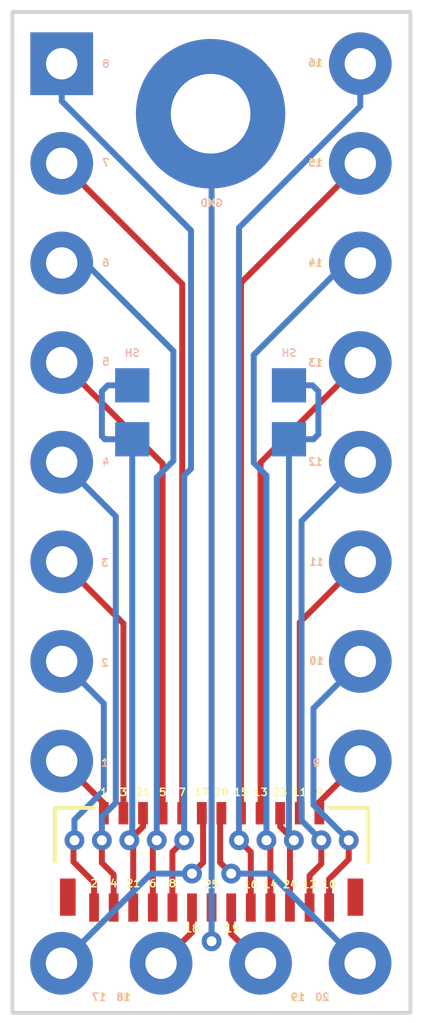
<source format=kicad_pcb>
(kicad_pcb (version 20211014) (generator pcbnew)
  (title_block (comment 1 "Board keepout approximately 18mil") (comment 2 "Board width approximately .4in") (comment 3 "Board length approximately 1.0047in"))
  (layers (0 "F.Cu" signal) (31 "B.Cu" signal) (34 "B.Paste" user) (35 "F.Paste" user) (36 "B.SilkS" user "B.Silkscreen") (37 "F.SilkS" user "F.Silkscreen") (38 "B.Mask" user) (39 "F.Mask" user) (44 "Edge.Cuts" user))
  (net 0 "")
  (net 1 "Net-(U1-Pad1)")
  (net 2 "Net-(U1-Pad2)")
  (net 3 "3")
  (net 4 "Net-(U1-Pad4)")
  (net 5 "5")
  (net 6 "Net-(U1-Pad6)")
  (net 7 "7")
  (net 8 "Net-(U1-Pad8)")
  (net 9 "Net-(U1-Pad9)")
  (net 10 "11")
  (net 11 "Net-(U1-Pad12)")
  (net 12 "13")
  (net 13 "Net-(U1-Pad14)")
  (net 14 "15")
  (net 15 "Net-(U1-Pad16)")
  (net 16 "Net-(U1-Pad17)")
  (net 17 "18")
  (net 18 "Net-(U1-Pad20)")
  (net 19 "21")
  (net 20 "23")
  (net 21 "GND")
  (net 22 "Net-(U1-Pad10)")
  (net 23 "19")
  (footprint "calorimeter_fp:custom DIP 20" (layer "F.Cu") (at 147.8 108.2)
    (fp_text reference "U1" hide)
    (fp_text value "DIP20_custom")
    (pad "1" thru_hole oval (at -3.9 8.88) (size 1.6 1.6) (drill 0.8) (layers *.Cu *.Mask) (net 1 "Net-(U1-Pad1)"))
    (pad "2" thru_hole oval (at -3.9 6.34) (size 1.6 1.6) (drill 0.8) (layers *.Cu *.Mask) (net 2 "Net-(U1-Pad2)"))
    (pad "3" thru_hole oval (at -3.9 3.8) (size 1.6 1.6) (drill 0.8) (layers *.Cu *.Mask) (net 3 "3"))
    (pad "4" thru_hole oval (at -3.9 1.26) (size 1.6 1.6) (drill 0.8) (layers *.Cu *.Mask) (net 4 "Net-(U1-Pad4)"))
    (pad "5" thru_hole oval (at -3.9 -1.28) (size 1.6 1.6) (drill 0.8) (layers *.Cu *.Mask) (net 5 "5"))
    (pad "6" thru_hole oval (at -3.9 -3.82) (size 1.6 1.6) (drill 0.8) (layers *.Cu *.Mask) (net 6 "Net-(U1-Pad6)"))
    (pad "7" thru_hole oval (at -3.9 -6.36) (size 1.6 1.6) (drill 0.8) (layers *.Cu *.Mask) (net 7 "7"))
    (pad "8" thru_hole rect (at -3.9 -8.9) (size 1.6 1.6) (drill 0.8) (layers *.Cu *.Mask) (net 8 "Net-(U1-Pad8)"))
    (pad "9" thru_hole oval (at 3.72 8.88) (size 1.6 1.6) (drill 0.8) (layers *.Cu *.Mask) (net 9 "Net-(U1-Pad9)"))
    (pad "10" thru_hole oval (at 3.72 6.34) (size 1.6 1.6) (drill 0.8) (layers *.Cu *.Mask) (net 22 "Net-(U1-Pad10)"))
    (pad "11" thru_hole oval (at 3.72 3.8) (size 1.6 1.6) (drill 0.8) (layers *.Cu *.Mask) (net 10 "11"))
    (pad "12" thru_hole oval (at 3.72 1.26) (size 1.6 1.6) (drill 0.8) (layers *.Cu *.Mask) (net 11 "Net-(U1-Pad12)"))
    (pad "13" thru_hole oval (at 3.72 -1.28) (size 1.6 1.6) (drill 0.8) (layers *.Cu *.Mask) (net 12 "13"))
    (pad "14" thru_hole oval (at 3.72 -3.82) (size 1.6 1.6) (drill 0.8) (layers *.Cu *.Mask) (net 13 "Net-(U1-Pad14)"))
    (pad "15" thru_hole oval (at 3.72 -6.36) (size 1.6 1.6) (drill 0.8) (layers *.Cu *.Mask) (net 14 "15"))
    (pad "16" thru_hole oval (at 3.72 -8.9) (size 1.6 1.6) (drill 0.8) (layers *.Cu *.Mask) (net 15 "Net-(U1-Pad16)"))
    (pad "17" thru_hole oval (at -3.905 14.0364) (size 1.6 1.6) (drill 0.8) (layers *.Cu *.Mask) (net 16 "Net-(U1-Pad17)"))
    (pad "18" thru_hole oval (at -1.365 14.0364) (size 1.6 1.6) (drill 0.8) (layers *.Cu *.Mask) (net 17 "18"))
    (pad "19" thru_hole oval (at 1.175 14.0364) (size 1.6 1.6) (drill 0.8) (layers *.Cu *.Mask) (net 23 "19"))
    (pad "20" thru_hole oval (at 3.715 14.0364) (size 1.6 1.6) (drill 0.8) (layers *.Cu *.Mask) (net 18 "Net-(U1-Pad20)"))
    (pad "21" smd rect (at -2.1 0.675) (size 0.87376 0.87376) (layers "B.Cu" "B.Paste" "B.Mask") (net 19 "21"))
    (pad "22" smd rect (at -2.1 -0.7) (size 0.87376 0.87376) (layers "B.Cu" "B.Paste" "B.Mask") (net 19 "21"))
    (pad "23" smd rect (at 1.9 0.675) (size 0.87376 0.87376) (layers "B.Cu" "B.Paste" "B.Mask") (net 20 "23"))
    (pad "24" smd rect (at 1.9 -0.7) (size 0.87376 0.87376) (layers "B.Cu" "B.Paste" "B.Mask") (net 20 "23"))
  )
  (footprint "calorimeter_fp:rb_rotator" (layer "F.Cu") (at 147.725 119.65)
    (fp_text reference "U2")
    (fp_text value "rb_rotator" hide)
    (fp_line (start 4 -1.375) (end 3 -1.375) (layer "F.SilkS") (width 0.1))
    (fp_line (start -3 -1.375) (end -4 -1.375) (layer "F.SilkS") (width 0.1))
    (fp_line (start -4 -1.375) (end -4 0) (layer "F.SilkS") (width 0.1))
    (fp_line (start 4 0) (end 4 -1.375) (layer "F.SilkS") (width 0.1))
    (pad "1" smd rect (at -2.75 -1.24) (size 0.25 0.57) (layers "F.Cu" "F.Paste" "F.Mask") (net 1 "Net-(U1-Pad1)"))
    (pad "2" smd rect (at -3 1.165) (size 0.25 0.72) (layers "F.Cu" "F.Paste" "F.Mask") (net 2 "Net-(U1-Pad2)"))
    (pad "3" smd rect (at -2.25 -1.24) (size 0.25 0.57) (layers "F.Cu" "F.Paste" "F.Mask") (net 3 "3"))
    (pad "4" smd rect (at -2.5 1.165) (size 0.25 0.72) (layers "F.Cu" "F.Paste" "F.Mask") (net 4 "Net-(U1-Pad4)"))
    (pad "5" smd rect (at -1.25 -1.24) (size 0.25 0.57) (layers "F.Cu" "F.Paste" "F.Mask") (net 5 "5"))
    (pad "6" smd rect (at -1.5 1.165) (size 0.25 0.72) (layers "F.Cu" "F.Paste" "F.Mask") (net 6 "Net-(U1-Pad6)"))
    (pad "7" smd rect (at -0.75 -1.24) (size 0.25 0.57) (layers "F.Cu" "F.Paste" "F.Mask") (net 7 "7"))
    (pad "8" smd rect (at -1 1.165) (size 0.25 0.72) (layers "F.Cu" "F.Paste" "F.Mask") (net 8 "Net-(U1-Pad8)"))
    (pad "9" smd rect (at 2.75 -1.24) (size 0.25 0.57) (layers "F.Cu" "F.Paste" "F.Mask") (net 9 "Net-(U1-Pad9)"))
    (pad "10" smd rect (at 3 1.165) (size 0.25 0.72) (layers "F.Cu" "F.Paste" "F.Mask") (net 22 "Net-(U1-Pad10)"))
    (pad "11" smd rect (at 2.25 -1.24) (size 0.25 0.57) (layers "F.Cu" "F.Paste" "F.Mask") (net 10 "11"))
    (pad "12" smd rect (at 2.5 1.165) (size 0.25 0.72) (layers "F.Cu" "F.Paste" "F.Mask") (net 11 "Net-(U1-Pad12)"))
    (pad "13" smd rect (at 1.25 -1.24) (size 0.25 0.57) (layers "F.Cu" "F.Paste" "F.Mask") (net 12 "13"))
    (pad "14" smd rect (at 1.5 1.165) (size 0.25 0.72) (layers "F.Cu" "F.Paste" "F.Mask") (net 13 "Net-(U1-Pad14)"))
    (pad "15" smd rect (at 0.75 -1.24) (size 0.25 0.57) (layers "F.Cu" "F.Paste" "F.Mask") (net 14 "15"))
    (pad "16" smd rect (at 1 1.165) (size 0.25 0.72) (layers "F.Cu" "F.Paste" "F.Mask") (net 15 "Net-(U1-Pad16)"))
    (pad "17" smd rect (at -0.25 -1.24) (size 0.25 0.57) (layers "F.Cu" "F.Paste" "F.Mask") (net 16 "Net-(U1-Pad17)"))
    (pad "18" smd rect (at -0.5 1.165) (size 0.25 0.72) (layers "F.Cu" "F.Paste" "F.Mask") (net 17 "18"))
    (pad "19" smd rect (at 0.5 1.165) (size 0.25 0.72) (layers "F.Cu" "F.Paste" "F.Mask") (net 23 "19"))
    (pad "20" smd rect (at 0.25 -1.24) (size 0.25 0.57) (layers "F.Cu" "F.Paste" "F.Mask") (net 18 "Net-(U1-Pad20)"))
    (pad "21" smd rect (at -1.75 -1.24) (size 0.25 0.57) (layers "F.Cu" "F.Paste" "F.Mask") (net 19 "21"))
    (pad "22" smd rect (at -2 1.165) (size 0.25 0.72) (layers "F.Cu" "F.Paste" "F.Mask") (net 19 "21"))
    (pad "23" smd rect (at 1.75 -1.24) (size 0.25 0.57) (layers "F.Cu" "F.Paste" "F.Mask") (net 20 "23"))
    (pad "24" smd rect (at 2 1.165) (size 0.25 0.72) (layers "F.Cu" "F.Paste" "F.Mask") (net 20 "23"))
    (pad "25" smd rect (at 0 1.165) (size 0.25 0.72) (layers "F.Cu" "F.Paste" "F.Mask") (net 21 "GND"))
    (pad "MP1" smd rect (at 3.67 0.9) (size 0.4 0.95) (layers "F.Cu" "F.Paste" "F.Mask"))
    (pad "MP2" smd rect (at -3.67 0.9) (size 0.4 0.95) (layers "F.Cu" "F.Paste" "F.Mask"))
  )
  (gr_rect (start 142.64 97.98062) (end 152.8 123.5) (layer "Edge.Cuts") (width 0.1) (fill none))
  (gr_text "11" (at 150.4 112) (layer "B.SilkS") (effects (font (size 0.1875 0.1875) (thickness 0.0375)) (justify mirror)))
  (gr_text "13" (at 150.375 106.925) (layer "B.SilkS") (effects (font (size 0.1875 0.1875) (thickness 0.0375)) (justify mirror)))
  (gr_text "SH" (at 145.7 106.675) (layer "B.SilkS") (effects (font (size 0.1875 0.1875) (thickness 0.0375)) (justify mirror)))
  (gr_text "18" (at 145.475 123.1) (layer "B.SilkS") (effects (font (size 0.1875 0.1875) (thickness 0.0375)) (justify mirror)))
  (gr_text "7" (at 145.025 101.825) (layer "B.SilkS") (effects (font (size 0.1875 0.1875) (thickness 0.0375)) (justify mirror)))
  (gr_text "9" (at 150.4 117.125) (layer "B.SilkS") (effects (font (size 0.1875 0.1875) (thickness 0.0375)) (justify mirror)))
  (gr_text "12" (at 150.375 109.45) (layer "B.SilkS") (effects (font (size 0.1875 0.1875) (thickness 0.0375)) (justify mirror)))
  (gr_text "6" (at 145.025 104.375) (layer "B.SilkS") (effects (font (size 0.1875 0.1875) (thickness 0.0375)) (justify mirror)))
  (gr_text "17" (at 144.85 123.1) (layer "B.SilkS") (effects (font (size 0.1875 0.1875) (thickness 0.0375)) (justify mirror)))
  (gr_text "20" (at 150.55 123.1) (layer "B.SilkS") (effects (font (size 0.1875 0.1875) (thickness 0.0375)) (justify mirror)))
  (gr_text "1" (at 145 117.125) (layer "B.SilkS") (effects (font (size 0.1875 0.1875) (thickness 0.0375)) (justify mirror)))
  (gr_text "8" (at 145.025 99.3) (layer "B.SilkS") (effects (font (size 0.1875 0.1875) (thickness 0.0375)) (justify mirror)))
  (gr_text "15" (at 150.375 101.825) (layer "B.SilkS") (effects (font (size 0.1875 0.1875) (thickness 0.0375)) (justify mirror)))
  (gr_text "14" (at 150.375 104.375) (layer "B.SilkS") (effects (font (size 0.1875 0.1875) (thickness 0.0375)) (justify mirror)))
  (gr_text "GND" (at 147.725 102.85) (layer "B.SilkS") (effects (font (size 0.1875 0.1875) (thickness 0.0375)) (justify mirror)))
  (gr_text "3" (at 145 112.025) (layer "B.SilkS") (effects (font (size 0.1875 0.1875) (thickness 0.0375)) (justify mirror)))
  (gr_text "10" (at 150.4 114.525) (layer "B.SilkS") (effects (font (size 0.1875 0.1875) (thickness 0.0375)) (justify mirror)))
  (gr_text "19" (at 149.925 123.1) (layer "B.SilkS") (effects (font (size 0.1875 0.1875) (thickness 0.0375)) (justify mirror)))
  (gr_text "16" (at 150.375 99.275) (layer "B.SilkS") (effects (font (size 0.1875 0.1875) (thickness 0.0375)) (justify mirror)))
  (gr_text "5" (at 145.025 106.9) (layer "B.SilkS") (effects (font (size 0.1875 0.1875) (thickness 0.0375)) (justify mirror)))
  (gr_text "4" (at 145.025 109.45) (layer "B.SilkS") (effects (font (size 0.1875 0.1875) (thickness 0.0375)) (justify mirror)))
  (gr_text "SH" (at 149.7 106.675) (layer "B.SilkS") (effects (font (size 0.1875 0.1875) (thickness 0.0375)) (justify mirror)))
  (gr_text "2" (at 145 114.575) (layer "B.SilkS") (effects (font (size 0.1875 0.1875) (thickness 0.0375)) (justify mirror)))
  (gr_text "13" (at 150.375 106.925) (layer "F.SilkS") (effects (font (size 0.1875 0.1875) (thickness 0.0375))))
  (gr_text "18" (at 145.475 123.1) (layer "F.SilkS") (effects (font (size 0.1875 0.1875) (thickness 0.0375))))
  (gr_text "15" (at 148.475 117.875) (layer "F.SilkS") (effects (font (size 0.1875 0.1875) (thickness 0.0375))))
  (gr_text "8" (at 145.025 99.3) (layer "F.SilkS") (effects (font (size 0.1875 0.1875) (thickness 0.0375))))
  (gr_text "25" (at 147.725 120.225) (layer "F.SilkS") (effects (font (size 0.1875 0.1875) (thickness 0.0375))))
  (gr_text "23" (at 149.475 117.875) (layer "F.SilkS") (effects (font (size 0.1875 0.1875) (thickness 0.0375))))
  (gr_text "4" (at 145.025 109.45) (layer "F.SilkS") (effects (font (size 0.1875 0.1875) (thickness 0.0375))))
  (gr_text "10" (at 150.4 114.525) (layer "F.SilkS") (effects (font (size 0.1875 0.1875) (thickness 0.0375))))
  (gr_text "21" (at 145.725 120.2) (layer "F.SilkS") (effects (font (size 0.1875 0.1875) (thickness 0.0375))))
  (gr_text "5" (at 146.475 117.875) (layer "F.SilkS") (effects (font (size 0.1875 0.1875) (thickness 0.0375))))
  (gr_text "GND" (at 147.725 102.85) (layer "F.SilkS") (effects (font (size 0.1875 0.1875) (thickness 0.0375))))
  (gr_text "20" (at 150.55 123.1) (layer "F.SilkS") (effects (font (size 0.1875 0.1875) (thickness 0.0375))))
  (gr_text "9" (at 150.4 117.125) (layer "F.SilkS") (effects (font (size 0.1875 0.1875) (thickness 0.0375))))
  (gr_text "12" (at 150.375 109.45) (layer "F.SilkS") (effects (font (size 0.1875 0.1875) (thickness 0.0375))))
  (gr_text "14" (at 150.375 104.375) (layer "F.SilkS") (effects (font (size 0.1875 0.1875) (thickness 0.0375))))
  (gr_text "13" (at 148.975 117.875) (layer "F.SilkS") (effects (font (size 0.1875 0.1875) (thickness 0.0375))))
  (gr_text "18" (at 147.225 121.35) (layer "F.SilkS") (effects (font (size 0.1875 0.1875) (thickness 0.0375))))
  (gr_text "24" (at 149.725 120.225) (layer "F.SilkS") (effects (font (size 0.1875 0.1875) (thickness 0.0375))))
  (gr_text "7" (at 146.975 117.875) (layer "F.SilkS") (effects (font (size 0.1875 0.1875) (thickness 0.0375))))
  (gr_text "1" (at 145 117.125) (layer "F.SilkS") (effects (font (size 0.1875 0.1875) (thickness 0.0375))))
  (gr_text "19" (at 149.925 123.1) (layer "F.SilkS") (effects (font (size 0.1875 0.1875) (thickness 0.0375))))
  (gr_text "8" (at 146.725 120.2) (layer "F.SilkS") (effects (font (size 0.1875 0.1875) (thickness 0.0375))))
  (gr_text "5" (at 145.025 106.9) (layer "F.SilkS") (effects (font (size 0.1875 0.1875) (thickness 0.0375))))
  (gr_text "16" (at 150.375 99.275) (layer "F.SilkS") (effects (font (size 0.1875 0.1875) (thickness 0.0375))))
  (gr_text "4" (at 145.225 120.2) (layer "F.SilkS") (effects (font (size 0.1875 0.1875) (thickness 0.0375))))
  (gr_text "9" (at 150.475 117.875) (layer "F.SilkS") (effects (font (size 0.1875 0.1875) (thickness 0.0375))))
  (gr_text "15" (at 150.375 101.825) (layer "F.SilkS") (effects (font (size 0.1875 0.1875) (thickness 0.0375))))
  (gr_text "11" (at 150.4 112) (layer "F.SilkS") (effects (font (size 0.1875 0.1875) (thickness 0.0375))))
  (gr_text "6" (at 146.225 120.2) (layer "F.SilkS") (effects (font (size 0.1875 0.1875) (thickness 0.0375))))
  (gr_text "3" (at 145.475 117.875) (layer "F.SilkS") (effects (font (size 0.1875 0.1875) (thickness 0.0375))))
  (gr_text "19" (at 148.25 121.35) (layer "F.SilkS") (effects (font (size 0.1875 0.1875) (thickness 0.0375))))
  (gr_text "17" (at 144.85 123.1) (layer "F.SilkS") (effects (font (size 0.1875 0.1875) (thickness 0.0375))))
  (gr_text "20" (at 147.975 117.875) (layer "F.SilkS") (effects (font (size 0.1875 0.1875) (thickness 0.0375))))
  (gr_text "1" (at 144.975 117.875) (layer "F.SilkS") (effects (font (size 0.1875 0.1875) (thickness 0.0375))))
  (gr_text "21" (at 145.975 117.875) (layer "F.SilkS") (effects (font (size 0.1875 0.1875) (thickness 0.0375))))
  (gr_text "12" (at 150.225 120.225) (layer "F.SilkS") (effects (font (size 0.1875 0.1875) (thickness 0.0375))))
  (gr_text "10" (at 150.725 120.225) (layer "F.SilkS") (effects (font (size 0.1875 0.1875) (thickness 0.0375))))
  (gr_text "3" (at 145 112.025) (layer "F.SilkS") (effects (font (size 0.1875 0.1875) (thickness 0.0375))))
  (gr_text "16" (at 148.725 120.225) (layer "F.SilkS") (effects (font (size 0.1875 0.1875) (thickness 0.0375))))
  (gr_text "14" (at 149.225 120.225) (layer "F.SilkS") (effects (font (size 0.1875 0.1875) (thickness 0.0375))))
  (gr_text "6" (at 145.025 104.375) (layer "F.SilkS") (effects (font (size 0.1875 0.1875) (thickness 0.0375))))
  (gr_text "11" (at 149.975 117.875) (layer "F.SilkS") (effects (font (size 0.1875 0.1875) (thickness 0.0375))))
  (gr_text "2" (at 145 114.575) (layer "F.SilkS") (effects (font (size 0.1875 0.1875) (thickness 0.0375))))
  (gr_text "2" (at 144.725 120.2) (layer "F.SilkS") (effects (font (size 0.1875 0.1875) (thickness 0.0375))))
  (gr_text "7" (at 145.025 101.825) (layer "F.SilkS") (effects (font (size 0.1875 0.1875) (thickness 0.0375))))
  (gr_text "17" (at 147.475 117.875) (layer "F.SilkS") (effects (font (size 0.1875 0.1875) (thickness 0.0375))))
  (segment (start 144.975 118.41) (end 144.975 118.155) (width 0.1524) (layer "F.Cu") (net 1))
  (segment (start 144.975 118.155) (end 143.9 117.08) (width 0.1524) (layer "F.Cu") (net 1))
  (segment (start 144.725 120.815) (end 144.725 120.175) (width 0.1524) (layer "F.Cu") (net 2))
  (segment (start 144.2 119.125) (end 144.225 119.1) (width 0.1524) (layer "F.Cu") (net 2))
  (segment (start 144.725 120.175) (end 144.2 119.65) (width 0.1524) (layer "F.Cu") (net 2))
  (segment (start 144.2 119.65) (end 144.2 119.125) (width 0.1524) (layer "F.Cu") (net 2))
  (via (at 144.225 119.1) (size 0.508) (drill 0.254) (layers "F.Cu" "B.Cu") (net 2))
  (segment (start 144.225 119.1) (end 144.225 118.575) (width 0.1524) (layer "B.Cu") (net 2))
  (segment (start 144.225 118.575) (end 144.975 117.825) (width 0.1524) (layer "B.Cu") (net 2))
  (segment (start 144.975 115.615) (end 143.9 114.54) (width 0.1524) (layer "B.Cu") (net 2))
  (segment (start 144.975 117.825) (end 144.975 115.615) (width 0.1524) (layer "B.Cu") (net 2))
  (segment (start 145.475 118.41) (end 145.475 113.575) (width 0.1524) (layer "F.Cu") (net 3))
  (segment (start 145.475 113.575) (end 143.9 112) (width 0.1524) (layer "F.Cu") (net 3))
  (segment (start 145.225 119.975) (end 144.925 119.675) (width 0.1524) (layer "F.Cu") (net 4))
  (segment (start 144.925 119.675) (end 144.925 119.1) (width 0.1524) (layer "F.Cu") (net 4))
  (segment (start 145.225 120.815) (end 145.225 119.975) (width 0.1524) (layer "F.Cu") (net 4))
  (via (at 144.925 119.1) (size 0.508) (drill 0.254) (layers "F.Cu" "B.Cu") (net 4))
  (segment (start 145.2798 118.1452) (end 145.2798 110.8398) (width 0.1524) (layer "B.Cu") (net 4))
  (segment (start 144.925 118.5) (end 145.2798 118.1452) (width 0.1524) (layer "B.Cu") (net 4))
  (segment (start 145.2798 110.8398) (end 143.9 109.46) (width 0.1524) (layer "B.Cu") (net 4))
  (segment (start 144.925 119.1) (end 144.925 118.5) (width 0.1524) (layer "B.Cu") (net 4))
  (segment (start 146.475 118.41) (end 146.475 109.495) (width 0.1524) (layer "F.Cu") (net 5))
  (segment (start 146.475 109.495) (end 143.9 106.92) (width 0.1524) (layer "F.Cu") (net 5))
  (segment (start 146.225 120.815) (end 146.225 119.2) (width 0.1524) (layer "F.Cu") (net 6))
  (segment (start 146.225 119.2) (end 146.325 119.1) (width 0.1524) (layer "F.Cu") (net 6))
  (via (at 146.325 119.1) (size 0.508) (drill 0.254) (layers "F.Cu" "B.Cu") (net 6))
  (segment (start 146.75 109.425) (end 146.75 106.625) (width 0.1524) (layer "B.Cu") (net 6))
  (segment (start 146.75 106.625) (end 144.505 104.38) (width 0.1524) (layer "B.Cu") (net 6))
  (segment (start 144.505 104.38) (end 143.9 104.38) (width 0.1524) (layer "B.Cu") (net 6))
  (segment (start 146.325 119.1) (end 146.325 109.85) (width 0.1524) (layer "B.Cu") (net 6))
  (segment (start 146.325 109.85) (end 146.75 109.425) (width 0.1524) (layer "B.Cu") (net 6))
  (segment (start 146.975 104.915) (end 143.9 101.84) (width 0.1524) (layer "F.Cu") (net 7))
  (segment (start 146.975 118.41) (end 146.975 104.915) (width 0.1524) (layer "F.Cu") (net 7))
  (segment (start 146.725 120.815) (end 146.725 119.4) (width 0.1524) (layer "F.Cu") (net 8))
  (segment (start 146.725 119.4) (end 147.025 119.1) (width 0.1524) (layer "F.Cu") (net 8))
  (via (at 147.025 119.1) (size 0.508) (drill 0.254) (layers "F.Cu" "B.Cu") (net 8))
  (segment (start 143.9 100.2524) (end 143.9 99.3) (width 0.1524) (layer "B.Cu") (net 8))
  (segment (start 147.025 119.1) (end 147.025 109.8) (width 0.1524) (layer "B.Cu") (net 8))
  (segment (start 147.2 103.5524) (end 143.9 100.2524) (width 0.1524) (layer "B.Cu") (net 8))
  (segment (start 147.025 109.8) (end 147.2 109.625) (width 0.1524) (layer "B.Cu") (net 8))
  (segment (start 147.2 109.625) (end 147.2 103.5524) (width 0.1524) (layer "B.Cu") (net 8))
  (segment (start 150.475 118.41) (end 150.475 118.125) (width 0.1524) (layer "F.Cu") (net 9))
  (segment (start 150.475 118.125) (end 151.52 117.08) (width 0.1524) (layer "F.Cu") (net 9))
  (segment (start 149.975 113.545) (end 151.52 112) (width 0.1524) (layer "F.Cu") (net 10))
  (segment (start 149.975 118.41) (end 149.975 113.545) (width 0.1524) (layer "F.Cu") (net 10))
  (segment (start 150.525 119.7) (end 150.525 119.1) (width 0.1524) (layer "F.Cu") (net 11))
  (segment (start 150.225 120) (end 150.525 119.7) (width 0.1524) (layer "F.Cu") (net 11))
  (segment (start 150.225 120.815) (end 150.225 120) (width 0.1524) (layer "F.Cu") (net 11))
  (via (at 150.525 119.1) (size 0.508) (drill 0.254) (layers "F.Cu" "B.Cu") (net 11))
  (segment (start 150.525 119.1) (end 150.0202 118.5952) (width 0.1524) (layer "B.Cu") (net 11))
  (segment (start 150.0202 118.5952) (end 150.0202 110.9598) (width 0.1524) (layer "B.Cu") (net 11))
  (segment (start 150.0202 110.9598) (end 151.52 109.46) (width 0.1524) (layer "B.Cu") (net 11))
  (segment (start 148.975 118.41) (end 148.975 109.465) (width 0.1524) (layer "F.Cu") (net 12))
  (segment (start 148.975 109.465) (end 151.52 106.92) (width 0.1524) (layer "F.Cu") (net 12))
  (segment (start 149.225 119.2) (end 149.125 119.1) (width 0.1524) (layer "F.Cu") (net 13))
  (segment (start 149.225 120.815) (end 149.225 119.2) (width 0.1524) (layer "F.Cu") (net 13))
  (via (at 149.125 119.1) (size 0.508) (drill 0.254) (layers "F.Cu" "B.Cu") (net 13))
  (segment (start 148.8 106.725) (end 151.145 104.38) (width 0.1524) (layer "B.Cu") (net 13))
  (segment (start 148.8 109.475) (end 148.8 106.725) (width 0.1524) (layer "B.Cu") (net 13))
  (segment (start 151.145 104.38) (end 151.52 104.38) (width 0.1524) (layer "B.Cu") (net 13))
  (segment (start 149.125 119.1) (end 149.125 109.8) (width 0.1524) (layer "B.Cu") (net 13))
  (segment (start 149.125 109.8) (end 148.8 109.475) (width 0.1524) (layer "B.Cu") (net 13))
  (segment (start 148.475 104.885) (end 151.52 101.84) (width 0.1524) (layer "F.Cu") (net 14))
  (segment (start 148.475 118.41) (end 148.475 104.885) (width 0.1524) (layer "F.Cu") (net 14))
  (segment (start 148.725 119.4) (end 148.425 119.1) (width 0.1524) (layer "F.Cu") (net 15))
  (segment (start 148.725 120.815) (end 148.725 119.4) (width 0.1524) (layer "F.Cu") (net 15))
  (via (at 148.425 119.1) (size 0.508) (drill 0.254) (layers "F.Cu" "B.Cu") (net 15))
  (segment (start 148.425 103.480339) (end 151.52 100.385339) (width 0.1524) (layer "B.Cu") (net 15))
  (segment (start 151.52 100.385339) (end 151.52 99.3) (width 0.1524) (layer "B.Cu") (net 15))
  (segment (start 148.425 119.1) (end 148.425 103.480339) (width 0.1524) (layer "B.Cu") (net 15))
  (segment (start 147.225 119.95) (end 147.5076 119.6674) (width 0.1524) (layer "F.Cu") (net 16))
  (segment (start 147.5076 119.6674) (end 147.5076 118.4426) (width 0.1524) (layer "F.Cu") (net 16))
  (segment (start 143.895 122.2364) (end 143.895 121.57) (width 0.1524) (layer "F.Cu") (net 16))
  (segment (start 147.5076 118.4426) (end 147.475 118.41) (width 0.1524) (layer "F.Cu") (net 16))
  (via (at 147.225 119.95) (size 0.508) (drill 0.254) (layers "F.Cu" "B.Cu") (net 16))
  (segment (start 143.895 122.2364) (end 146.1814 119.95) (width 0.1524) (layer "B.Cu") (net 16))
  (segment (start 146.1814 119.95) (end 147.225 119.95) (width 0.1524) (layer "B.Cu") (net 16))
  (segment (start 147.225 121.4464) (end 146.435 122.2364) (width 0.1524) (layer "F.Cu") (net 17))
  (segment (start 147.225 120.815) (end 147.225 121.4464) (width 0.1524) (layer "F.Cu") (net 17))
  (segment (start 147.9424 119.6674) (end 148.225 119.95) (width 0.1524) (layer "F.Cu") (net 18))
  (segment (start 147.975 118.41) (end 147.9424 118.4426) (width 0.1524) (layer "F.Cu") (net 18))
  (segment (start 147.9424 118.4426) (end 147.9424 119.6674) (width 0.1524) (layer "F.Cu") (net 18))
  (segment (start 151.515 122.2364) (end 151.515 121.635) (width 0.1524) (layer "F.Cu") (net 18))
  (via (at 148.225 119.95) (size 0.508) (drill 0.254) (layers "F.Cu" "B.Cu") (net 18))
  (segment (start 149.2286 119.95) (end 148.225 119.95) (width 0.1524) (layer "B.Cu") (net 18))
  (segment (start 151.515 122.2364) (end 149.2286 119.95) (width 0.1524) (layer "B.Cu") (net 18))
  (segment (start 145.975 118.75) (end 145.625 119.1) (width 0.1524) (layer "F.Cu") (net 19))
  (segment (start 145.725 120.815) (end 145.725 119.2) (width 0.1524) (layer "F.Cu") (net 19))
  (segment (start 145.725 119.2) (end 145.625 119.1) (width 0.1524) (layer "F.Cu") (net 19))
  (segment (start 145.975 118.41) (end 145.975 118.75) (width 0.1524) (layer "F.Cu") (net 19))
  (via (at 145.625 119.1) (size 0.508) (drill 0.254) (layers "F.Cu" "B.Cu") (net 19))
  (segment (start 145.075 107.5) (end 145.7 107.5) (width 0.1524) (layer "B.Cu") (net 19))
  (segment (start 144.925 107.65) (end 145.075 107.5) (width 0.1524) (layer "B.Cu") (net 19))
  (segment (start 145 108.875) (end 144.925 108.8) (width 0.1524) (layer "B.Cu") (net 19))
  (segment (start 145.7 108.875) (end 145 108.875) (width 0.1524) (layer "B.Cu") (net 19))
  (segment (start 144.925 108.8) (end 144.925 107.65) (width 0.1524) (layer "B.Cu") (net 19))
  (segment (start 145.625 119.1) (end 145.7 119.025) (width 0.1524) (layer "B.Cu") (net 19))
  (segment (start 145.7 119.025) (end 145.7 108.875) (width 0.1524) (layer "B.Cu") (net 19))
  (segment (start 149.725 120.815) (end 149.725 119.2) (width 0.1524) (layer "F.Cu") (net 20))
  (segment (start 149.475 118.41) (end 149.475 118.75) (width 0.1524) (layer "F.Cu") (net 20))
  (segment (start 149.475 118.75) (end 149.825 119.1) (width 0.1524) (layer "F.Cu") (net 20))
  (segment (start 149.725 119.2) (end 149.825 119.1) (width 0.1524) (layer "F.Cu") (net 20))
  (via (at 149.825 119.1) (size 0.508) (drill 0.254) (layers "F.Cu" "B.Cu") (net 20))
  (segment (start 150.45 108.75) (end 150.45 107.65) (width 0.1524) (layer "B.Cu") (net 20))
  (segment (start 149.825 119.1) (end 149.7 118.975) (width 0.1524) (layer "B.Cu") (net 20))
  (segment (start 150.325 108.875) (end 150.45 108.75) (width 0.1524) (layer "B.Cu") (net 20))
  (segment (start 150.3 107.5) (end 149.7 107.5) (width 0.1524) (layer "B.Cu") (net 20))
  (segment (start 150.45 107.65) (end 150.3 107.5) (width 0.1524) (layer "B.Cu") (net 20))
  (segment (start 149.7 108.875) (end 150.325 108.875) (width 0.1524) (layer "B.Cu") (net 20))
  (segment (start 149.7 118.975) (end 149.7 108.875) (width 0.1524) (layer "B.Cu") (net 20))
  (segment (start 147.725 120.815) (end 147.725 121.675) (width 0.1524) (layer "F.Cu") (net 21))
  (via (at 147.725 121.675) (size 0.508) (drill 0.254) (layers "F.Cu" "B.Cu") (net 21))
  (via (at 147.7 100.575) (size 3.81) (drill 2.032) (layers "F.Cu" "B.Cu") (net 21))
  (segment (start 147.725 100.6) (end 147.7 100.575) (width 0.1524) (layer "B.Cu") (net 21))
  (segment (start 147.725 121.675) (end 147.725 100.6) (width 0.1524) (layer "B.Cu") (net 21))
  (segment (start 151.225 119.5878) (end 151.225 119.1) (width 0.1524) (layer "F.Cu") (net 22))
  (segment (start 150.725 120.0878) (end 151.225 119.5878) (width 0.1524) (layer "F.Cu") (net 22))
  (segment (start 150.725 120.815) (end 150.725 120.0878) (width 0.1524) (layer "F.Cu") (net 22))
  (via (at 151.225 119.1) (size 0.508) (drill 0.254) (layers "F.Cu" "B.Cu") (net 22))
  (segment (start 150.325 115.735) (end 151.52 114.54) (width 0.1524) (layer "B.Cu") (net 22))
  (segment (start 151.225 119.1) (end 150.325 118.2) (width 0.1524) (layer "B.Cu") (net 22))
  (segment (start 150.325 118.2) (end 150.325 115.735) (width 0.1524) (layer "B.Cu") (net 22))
  (segment (start 148.225 121.4864) (end 148.975 122.2364) (width 0.1524) (layer "F.Cu") (net 23))
  (segment (start 148.225 120.815) (end 148.225 121.4864) (width 0.1524) (layer "F.Cu") (net 23))
)
</source>
